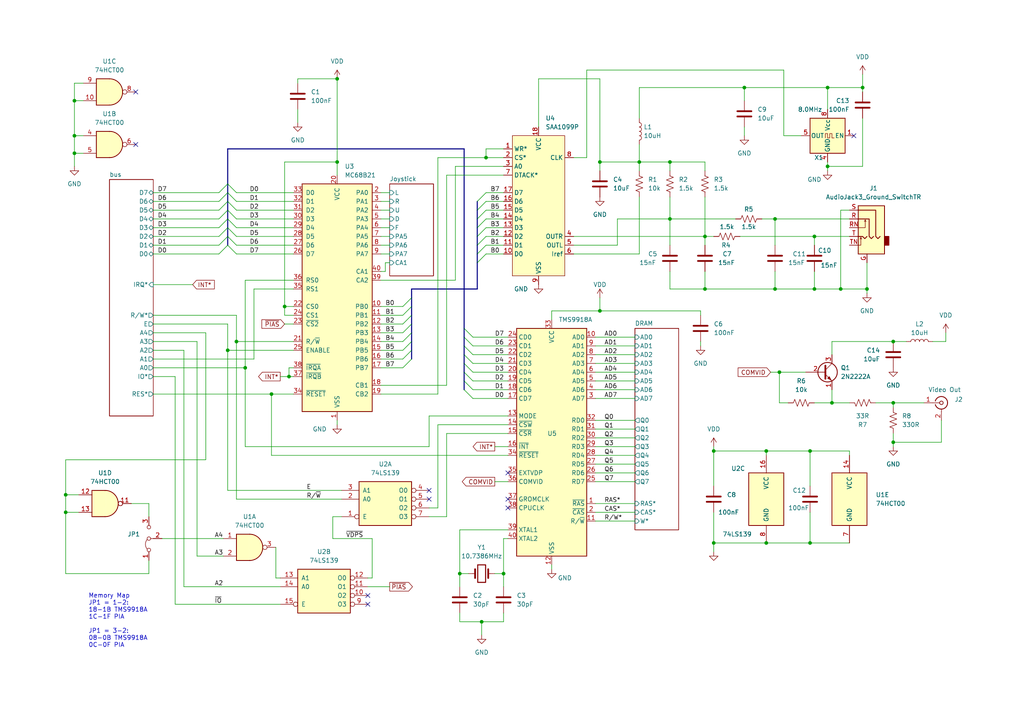
<source format=kicad_sch>
(kicad_sch (version 20231120) (generator "eeschema") (generator_version "8.0")
  (paper "A4")
  (title_block (title "M8 Game Board 2.1") (date "2024-11-21"))
  (lib_symbols
    (symbol "74xx:74HCT00" (pin_names (offset 1.016))
      (property "Reference" "U" (at 0 1.27 0))
      (property "Value" "74HCT00" (at 0 -1.27 0))
      (symbol "74HCT00_1_1"
        (pin input line (at -7.62 2.54 0) (length 3.81) (name "~") (number "1"))
        (pin input line (at -7.62 -2.54 0) (length 3.81) (name "~") (number "2"))
        (pin output inverted (at 7.62 0 180) (length 3.81) (name "~") (number "3"))
      )
      (symbol "74HCT00_1_2"
        (pin input inverted (at -7.62 2.54 0) (length 4.318) (name "~") (number "1"))
        (pin input inverted (at -7.62 -2.54 0) (length 4.318) (name "~") (number "2"))
        (pin output line (at 7.62 0 180) (length 3.81) (name "~") (number "3"))
      )
      (symbol "74HCT00_2_1"
        (pin input line (at -7.62 2.54 0) (length 3.81) (name "~") (number "4"))
        (pin input line (at -7.62 -2.54 0) (length 3.81) (name "~") (number "5"))
        (pin output inverted (at 7.62 0 180) (length 3.81) (name "~") (number "6"))
      )
      (symbol "74HCT00_2_2"
        (pin input inverted (at -7.62 2.54 0) (length 4.318) (name "~") (number "4"))
        (pin input inverted (at -7.62 -2.54 0) (length 4.318) (name "~") (number "5"))
        (pin output line (at 7.62 0 180) (length 3.81) (name "~") (number "6"))
      )
      (symbol "74HCT00_3_1"
        (pin input line (at -7.62 -2.54 0) (length 3.81) (name "~") (number "10"))
        (pin output inverted (at 7.62 0 180) (length 3.81) (name "~") (number "8"))
        (pin input line (at -7.62 2.54 0) (length 3.81) (name "~") (number "9"))
      )
      (symbol "74HCT00_3_2"
        (pin input inverted (at -7.62 -2.54 0) (length 4.318) (name "~") (number "10"))
        (pin output line (at 7.62 0 180) (length 3.81) (name "~") (number "8"))
        (pin input inverted (at -7.62 2.54 0) (length 4.318) (name "~") (number "9"))
      )
      (symbol "74HCT00_4_1"
        (pin output inverted (at 7.62 0 180) (length 3.81) (name "~") (number "11"))
        (pin input line (at -7.62 2.54 0) (length 3.81) (name "~") (number "12"))
        (pin input line (at -7.62 -2.54 0) (length 3.81) (name "~") (number "13"))
      )
      (symbol "74HCT00_4_2"
        (pin output line (at 7.62 0 180) (length 3.81) (name "~") (number "11"))
        (pin input inverted (at -7.62 2.54 0) (length 4.318) (name "~") (number "12"))
        (pin input inverted (at -7.62 -2.54 0) (length 4.318) (name "~") (number "13"))
      )
      (symbol "74HCT00_5_0"
        (pin power_in line (at 0 12.7 270) (length 5.08) (name "VCC") (number "14"))
        (pin power_in line (at 0 -12.7 90) (length 5.08) (name "GND") (number "7"))
      )
    )
    (symbol "74xx:74LS139" (pin_names (offset 1.016))
      (property "Reference" "U" (at -7.62 8.89 0))
      (property "Value" "74LS139" (at -7.62 -8.89 0))
      (symbol "74LS139_1_0"
        (pin input inverted (at -12.7 -5.08 0) (length 5.08) (name "E") (number "1"))
        (pin input line (at -12.7 0 0) (length 5.08) (name "A0") (number "2"))
        (pin input line (at -12.7 2.54 0) (length 5.08) (name "A1") (number "3"))
        (pin output inverted (at 12.7 2.54 180) (length 5.08) (name "O0") (number "4"))
        (pin output inverted (at 12.7 0 180) (length 5.08) (name "O1") (number "5"))
        (pin output inverted (at 12.7 -2.54 180) (length 5.08) (name "O2") (number "6"))
        (pin output inverted (at 12.7 -5.08 180) (length 5.08) (name "O3") (number "7"))
      )
      (symbol "74LS139_2_0"
        (pin output inverted (at 12.7 -2.54 180) (length 5.08) (name "O2") (number "10"))
        (pin output inverted (at 12.7 0 180) (length 5.08) (name "O1") (number "11"))
        (pin output inverted (at 12.7 2.54 180) (length 5.08) (name "O0") (number "12"))
        (pin input line (at -12.7 2.54 0) (length 5.08) (name "A1") (number "13"))
        (pin input line (at -12.7 0 0) (length 5.08) (name "A0") (number "14"))
        (pin input inverted (at -12.7 -5.08 0) (length 5.08) (name "E") (number "15"))
        (pin output inverted (at 12.7 -5.08 180) (length 5.08) (name "O3") (number "9"))
      )
      (symbol "74LS139_3_0"
        (pin power_in line (at 0 12.7 270) (length 5.08) (name "VCC") (number "16"))
        (pin power_in line (at 0 -12.7 90) (length 5.08) (name "GND") (number "8"))
      )
    )
    (symbol "Connector:Conn_Coaxial" (pin_names (offset 1.016) hide)
      (property "Reference" "J" (at 0.254 3.048 0))
      (property "Value" "Conn_Coaxial" (at 2.921 0 90))
      (symbol "Conn_Coaxial_1_1"
        (pin passive line (at -5.08 0 0) (length 2.54) (name "In") (number "1"))
        (pin passive line (at 0 -5.08 90) (length 2.54) (name "Ext") (number "2"))
      )
    )
    (symbol "Connector_Audio:AudioJack3_Ground_SwitchTR"
      (property "Reference" "J" (at 0 8.89 0))
      (property "Value" "AudioJack3_Ground_SwitchTR" (at 0 6.35 0))
      (symbol "AudioJack3_Ground_SwitchTR_1_1"
        (pin passive line (at 0 -12.7 90) (length 2.54) (name "~") (number "G"))
        (pin passive line (at 5.08 0 180) (length 2.54) (name "~") (number "R"))
        (pin passive line (at 5.08 -2.54 180) (length 2.54) (name "~") (number "RN"))
        (pin passive line (at 5.08 2.54 180) (length 2.54) (name "~") (number "S"))
        (pin passive line (at 5.08 -5.08 180) (length 2.54) (name "~") (number "T"))
        (pin passive line (at 5.08 -7.62 180) (length 2.54) (name "~") (number "TN"))
      )
    )
    (symbol "Device:C" (pin_numbers hide) (pin_names (offset 0.254))
      (property "Reference" "C" (at 0.635 2.54 0))
      (property "Value" "C" (at 0.635 -2.54 0))
      (symbol "C_1_1"
        (pin passive line (at 0 3.81 270) (length 2.794) (name "~") (number "1"))
        (pin passive line (at 0 -3.81 90) (length 2.794) (name "~") (number "2"))
      )
    )
    (symbol "Device:Crystal" (pin_numbers hide) (pin_names (offset 1.016) hide)
      (property "Reference" "Y" (at 0 3.81 0))
      (property "Value" "Crystal" (at 0 -3.81 0))
      (symbol "Crystal_1_1"
        (pin passive line (at -3.81 0 0) (length 1.27) (name "1") (number "1"))
        (pin passive line (at 3.81 0 180) (length 1.27) (name "2") (number "2"))
      )
    )
    (symbol "Device:L" (pin_numbers hide) (pin_names (offset 1.016) hide)
      (property "Reference" "L" (at -1.27 0 90))
      (property "Value" "L" (at 1.905 0 90))
      (symbol "L_1_1"
        (pin passive line (at 0 3.81 270) (length 1.27) (name "1") (number "1"))
        (pin passive line (at 0 -3.81 90) (length 1.27) (name "2") (number "2"))
      )
    )
    (symbol "Device:R_US" (pin_numbers hide) (pin_names (offset 0))
      (property "Reference" "R" (at 2.54 0 90))
      (property "Value" "R_US" (at -2.54 0 90))
      (symbol "R_US_1_1"
        (pin passive line (at 0 3.81 270) (length 1.27) (name "~") (number "1"))
        (pin passive line (at 0 -3.81 90) (length 1.27) (name "~") (number "2"))
      )
    )
    (symbol "Interface:MC68B21" (pin_names (offset 1.016))
      (property "Reference" "U" (at -7.62 34.29 0))
      (property "Value" "MC68B21" (at 10.16 34.29 0))
      (symbol "MC68B21_1_1"
        (pin power_in line (at 0 -35.56 90) (length 2.54) (name "VSS") (number "1"))
        (pin bidirectional line (at 12.7 -2.54 180) (length 2.54) (name "PB0") (number "10"))
        (pin bidirectional line (at 12.7 -5.08 180) (length 2.54) (name "PB1") (number "11"))
        (pin bidirectional line (at 12.7 -7.62 180) (length 2.54) (name "PB2") (number "12"))
        (pin bidirectional line (at 12.7 -10.16 180) (length 2.54) (name "PB3") (number "13"))
        (pin bidirectional line (at 12.7 -12.7 180) (length 2.54) (name "PB4") (number "14"))
        (pin bidirectional line (at 12.7 -15.24 180) (length 2.54) (name "PB5") (number "15"))
        (pin bidirectional line (at 12.7 -17.78 180) (length 2.54) (name "PB6") (number "16"))
        (pin bidirectional line (at 12.7 -20.32 180) (length 2.54) (name "PB7") (number "17"))
        (pin input line (at 12.7 -25.4 180) (length 2.54) (name "CB1") (number "18"))
        (pin bidirectional line (at 12.7 -27.94 180) (length 2.54) (name "CB2") (number "19"))
        (pin bidirectional line (at 12.7 30.48 180) (length 2.54) (name "PA0") (number "2"))
        (pin power_in line (at 0 35.56 270) (length 2.54) (name "VCC") (number "20"))
        (pin input line (at -12.7 -12.7 0) (length 2.54) (name "R/~{W}") (number "21"))
        (pin input line (at -12.7 -2.54 0) (length 2.54) (name "CS0") (number "22"))
        (pin input line (at -12.7 -7.62 0) (length 2.54) (name "~{CS2}") (number "23"))
        (pin input line (at -12.7 -5.08 0) (length 2.54) (name "CS1") (number "24"))
        (pin input line (at -12.7 -15.24 0) (length 2.54) (name "ENABLE") (number "25"))
        (pin bidirectional line (at -12.7 12.7 0) (length 2.54) (name "D7") (number "26"))
        (pin bidirectional line (at -12.7 15.24 0) (length 2.54) (name "D6") (number "27"))
        (pin bidirectional line (at -12.7 17.78 0) (length 2.54) (name "D5") (number "28"))
        (pin bidirectional line (at -12.7 20.32 0) (length 2.54) (name "D4") (number "29"))
        (pin bidirectional line (at 12.7 27.94 180) (length 2.54) (name "PA1") (number "3"))
        (pin bidirectional line (at -12.7 22.86 0) (length 2.54) (name "D3") (number "30"))
        (pin bidirectional line (at -12.7 25.4 0) (length 2.54) (name "D2") (number "31"))
        (pin bidirectional line (at -12.7 27.94 0) (length 2.54) (name "D1") (number "32"))
        (pin bidirectional line (at -12.7 30.48 0) (length 2.54) (name "D0") (number "33"))
        (pin input line (at -12.7 -27.94 0) (length 2.54) (name "~{RESET}") (number "34"))
        (pin input line (at -12.7 2.54 0) (length 2.54) (name "RS1") (number "35"))
        (pin input line (at -12.7 5.08 0) (length 2.54) (name "RS0") (number "36"))
        (pin open_collector line (at -12.7 -22.86 0) (length 2.54) (name "~{IRQB}") (number "37"))
        (pin open_collector line (at -12.7 -20.32 0) (length 2.54) (name "~{IRQA}") (number "38"))
        (pin bidirectional line (at 12.7 5.08 180) (length 2.54) (name "CA2") (number "39"))
        (pin bidirectional line (at 12.7 25.4 180) (length 2.54) (name "PA2") (number "4"))
        (pin input line (at 12.7 7.62 180) (length 2.54) (name "CA1") (number "40"))
        (pin bidirectional line (at 12.7 22.86 180) (length 2.54) (name "PA3") (number "5"))
        (pin bidirectional line (at 12.7 20.32 180) (length 2.54) (name "PA4") (number "6"))
        (pin bidirectional line (at 12.7 17.78 180) (length 2.54) (name "PA5") (number "7"))
        (pin bidirectional line (at 12.7 15.24 180) (length 2.54) (name "PA6") (number "8"))
        (pin bidirectional line (at 12.7 12.7 180) (length 2.54) (name "PA7") (number "9"))
      )
    )
    (symbol "Jumper:Jumper_3_Bridged12" (pin_names (offset 0) hide) (exclude_from_sim yes) (in_bom no)
      (property "Reference" "JP" (at -2.54 -2.54 0))
      (property "Value" "Jumper_3_Bridged12" (at 0 2.794 0))
      (symbol "Jumper_3_Bridged12_1_1"
        (pin passive line (at -6.35 0 0) (length 2.54) (name "A") (number "1"))
        (pin passive line (at 0 -3.81 90) (length 2.54) (name "C") (number "2"))
        (pin passive line (at 6.35 0 180) (length 2.54) (name "B") (number "3"))
      )
    )
    (symbol "New_Library:SAA1099P"
      (property "Reference" "U" (at 0 0 0))
      (property "Value" "SAA1099P" (at 1.27 -3.81 0))
      (symbol "SAA1099P_1_1"
        (pin input line (at -10.16 16.51 0) (length 2.54) (name "WR*") (number "1"))
        (pin input line (at -10.16 -13.97 0) (length 2.54) (name "D0") (number "10"))
        (pin input line (at -10.16 -11.43 0) (length 2.54) (name "D1") (number "11"))
        (pin input line (at -10.16 -8.89 0) (length 2.54) (name "D2") (number "12"))
        (pin input line (at -10.16 -6.35 0) (length 2.54) (name "D3") (number "13"))
        (pin input line (at -10.16 -3.81 0) (length 2.54) (name "D4") (number "14"))
        (pin input line (at -10.16 -1.27 0) (length 2.54) (name "D5") (number "15"))
        (pin input line (at -10.16 1.27 0) (length 2.54) (name "D6") (number "16"))
        (pin input line (at -10.16 3.81 0) (length 2.54) (name "D7") (number "17"))
        (pin power_in line (at 0 22.86 270) (length 2.54) (name "VCC") (number "18"))
        (pin input line (at -10.16 13.97 0) (length 2.54) (name "CS*") (number "2"))
        (pin input line (at -10.16 11.43 0) (length 2.54) (name "A0") (number "3"))
        (pin output line (at 10.16 -8.89 180) (length 2.54) (name "OUTR") (number "4"))
        (pin output line (at 10.16 -11.43 180) (length 2.54) (name "OUTL") (number "5"))
        (pin output line (at 10.16 -13.97 180) (length 2.54) (name "Iref") (number "6"))
        (pin open_collector line (at -10.16 8.89 0) (length 2.54) (name "DTACK*") (number "7"))
        (pin input line (at 10.16 13.97 180) (length 2.54) (name "CLK") (number "8"))
        (pin power_in line (at 0 -22.86 90) (length 2.54) (name "VSS") (number "9"))
      )
    )
    (symbol "New_Library:TMS9918A"
      (property "Reference" "U1" (at 2.0194 38.1 0))
      (property "Value" "TMS9918A" (at 2.0194 35.56 0))
      (symbol "TMS9918A_1_1"
        (pin output line (at 12.7 -17.78 180) (length 2.54) (name "~{RAS}") (number "1"))
        (pin output line (at 12.7 30.48 180) (length 2.54) (name "AD0") (number "10"))
        (pin output line (at 12.7 -22.86 180) (length 2.54) (name "R/~{W}") (number "11"))
        (pin power_in line (at 0 -35.56 90) (length 2.54) (name "VSS") (number "12"))
        (pin input line (at -12.7 7.62 0) (length 2.54) (name "MODE") (number "13"))
        (pin input line (at -12.7 5.08 0) (length 2.54) (name "~{CSW}") (number "14"))
        (pin input line (at -12.7 2.54 0) (length 2.54) (name "~{CSR}") (number "15"))
        (pin output line (at -12.7 -1.27 0) (length 2.54) (name "~{INT}") (number "16"))
        (pin bidirectional line (at -12.7 12.7 0) (length 2.54) (name "CD7") (number "17"))
        (pin bidirectional line (at -12.7 15.24 0) (length 2.54) (name "CD6") (number "18"))
        (pin bidirectional line (at -12.7 17.78 0) (length 2.54) (name "CD5") (number "19"))
        (pin output line (at 12.7 -20.32 180) (length 2.54) (name "~{CAS}") (number "2"))
        (pin bidirectional line (at -12.7 20.32 0) (length 2.54) (name "CD4") (number "20"))
        (pin bidirectional line (at -12.7 22.86 0) (length 2.54) (name "CD3") (number "21"))
        (pin bidirectional line (at -12.7 25.4 0) (length 2.54) (name "CD2") (number "22"))
        (pin bidirectional line (at -12.7 27.94 0) (length 2.54) (name "CD1") (number "23"))
        (pin bidirectional line (at -12.7 30.48 0) (length 2.54) (name "CD0") (number "24"))
        (pin input line (at 12.7 -11.43 180) (length 2.54) (name "RD7") (number "25"))
        (pin input line (at 12.7 -8.89 180) (length 2.54) (name "RD6") (number "26"))
        (pin input line (at 12.7 -6.35 180) (length 2.54) (name "RD5") (number "27"))
        (pin input line (at 12.7 -3.81 180) (length 2.54) (name "RD4") (number "28"))
        (pin input line (at 12.7 -1.27 180) (length 2.54) (name "RD3") (number "29"))
        (pin output line (at 12.7 12.7 180) (length 2.54) (name "AD7") (number "3"))
        (pin input line (at 12.7 1.27 180) (length 2.54) (name "RD2") (number "30"))
        (pin input line (at 12.7 3.81 180) (length 2.54) (name "RD1") (number "31"))
        (pin input line (at 12.7 6.35 180) (length 2.54) (name "RD0") (number "32"))
        (pin power_in line (at 0 35.56 270) (length 2.54) (name "VCC") (number "33"))
        (pin input line (at -12.7 -3.81 0) (length 2.54) (name "~{RESET}") (number "34"))
        (pin input line (at -12.7 -8.89 0) (length 2.54) (name "EXTVDP") (number "35"))
        (pin output line (at -12.7 -11.43 0) (length 2.54) (name "COMVID") (number "36"))
        (pin output line (at -12.7 -16.51 0) (length 2.54) (name "GROMCLK") (number "37"))
        (pin output line (at -12.7 -19.05 0) (length 2.54) (name "CPUCLK") (number "38"))
        (pin passive line (at -12.7 -25.4 0) (length 2.54) (name "XTAL1") (number "39"))
        (pin output line (at 12.7 15.24 180) (length 2.54) (name "AD6") (number "4"))
        (pin passive line (at -12.7 -27.94 0) (length 2.54) (name "XTAL2") (number "40"))
        (pin output line (at 12.7 17.78 180) (length 2.54) (name "AD5") (number "5"))
        (pin output line (at 12.7 20.32 180) (length 2.54) (name "AD4") (number "6"))
        (pin output line (at 12.7 22.86 180) (length 2.54) (name "AD3") (number "7"))
        (pin output line (at 12.7 25.4 180) (length 2.54) (name "AD2") (number "8"))
        (pin output line (at 12.7 27.94 180) (length 2.54) (name "AD1") (number "9"))
      )
    )
    (symbol "Oscillator:CXO_DIP8" (pin_names (offset 0.254))
      (property "Reference" "X" (at -5.08 6.35 0))
      (property "Value" "CXO_DIP8" (at 1.27 -6.35 0))
      (symbol "CXO_DIP8_1_1"
        (pin input line (at -7.62 0 0) (length 2.54) (name "EN") (number "1"))
        (pin power_in line (at 0 -7.62 90) (length 2.54) (name "GND") (number "4"))
        (pin output line (at 7.62 0 180) (length 2.54) (name "OUT") (number "5"))
        (pin power_in line (at 0 7.62 270) (length 2.54) (name "Vcc") (number "8"))
      )
    )
    (symbol "Transistor_BJT:2N3904" (pin_names (offset 0) hide)
      (property "Reference" "Q" (at 5.08 1.905 0))
      (property "Value" "2N3904" (at 5.08 0 0))
      (symbol "2N3904_1_1"
        (pin passive line (at 2.54 -5.08 90) (length 2.54) (name "E") (number "1"))
        (pin passive line (at -5.08 0 0) (length 5.715) (name "B") (number "2"))
        (pin passive line (at 2.54 5.08 270) (length 2.54) (name "C") (number "3"))
      )
    )
    (symbol "power:GND" (power) (pin_names (offset 0))
      (property "Value" "GND" (at 0 -3.81 0))
      (symbol "GND_1_1"
        (pin power_in line (at 0 0 270) (length 0) hide (name "GND") (number "1"))
      )
    )
    (symbol "power:VDD" (power) (pin_names (offset 0))
      (property "Value" "VDD" (at 0 3.81 0))
      (symbol "VDD_1_1"
        (pin power_in line (at 0 0 90) (length 0) hide (name "VDD") (number "1"))
      )
    )
  )
  (junction (at 133.35 166.37))
  (junction (at 140.97 45.72))
  (junction (at 19.05 143.51))
  (junction (at 204.47 83.82))
  (junction (at 21.59 29.21))
  (junction (at 21.59 39.37))
  (junction (at 66.04 101.6))
  (junction (at 97.79 22.86))
  (junction (at 185.42 46.99))
  (junction (at 21.59 44.45))
  (junction (at 224.79 83.82))
  (junction (at 194.31 63.5))
  (junction (at 71.12 106.68))
  (junction (at 97.79 46.99))
  (junction (at 139.7 180.34))
  (junction (at 241.3 116.84))
  (junction (at 259.08 116.84))
  (junction (at 251.46 83.82))
  (junction (at 68.58 99.06))
  (junction (at 83.82 109.22))
  (junction (at 204.47 68.58))
  (junction (at 234.95 157.48))
  (junction (at 78.74 114.3))
  (junction (at 236.22 83.82))
  (junction (at 222.25 130.81))
  (junction (at 240.03 25.4))
  (junction (at 226.06 107.95))
  (junction (at 194.31 46.99))
  (junction (at 173.99 46.99))
  (junction (at 243.84 83.82))
  (junction (at 207.01 157.48))
  (junction (at 240.03 48.26))
  (junction (at 146.05 166.37))
  (junction (at 250.19 25.4))
  (junction (at 173.99 90.17))
  (junction (at 19.05 148.59))
  (junction (at 215.9 25.4))
  (junction (at 207.01 130.81))
  (junction (at 82.55 88.9))
  (junction (at 222.25 157.48))
  (junction (at 236.22 68.58))
  (junction (at 259.08 99.06))
  (junction (at 234.95 130.81))
  (junction (at 259.08 128.27))
  (junction (at 224.79 63.5))
  (no_connect (at 106.68 175.26))
  (no_connect (at 147.32 137.16))
  (no_connect (at 247.65 39.37))
  (no_connect (at 147.32 144.78))
  (no_connect (at 147.32 147.32))
  (no_connect (at 106.68 172.72))
  (no_connect (at 39.37 41.91))
  (no_connect (at 39.37 26.67))
  (no_connect (at 124.46 142.24))
  (no_connect (at 124.46 144.78))
  (bus_entry (at 66.04 58.42) (size 2.54 2.54))
  (bus_entry (at 119.38 104.14) (size -2.54 2.54))
  (bus_entry (at 138.43 73.66) (size 2.54 -2.54))
  (bus_entry (at 66.04 71.12) (size 2.54 2.54))
  (bus_entry (at 119.38 99.06) (size -2.54 2.54))
  (bus_entry (at 138.43 76.2) (size 2.54 -2.54))
  (bus_entry (at 66.04 55.88) (size 2.54 2.54))
  (bus_entry (at 138.43 68.58) (size 2.54 -2.54))
  (bus_entry (at 138.43 66.04) (size 2.54 -2.54))
  (bus_entry (at 66.04 53.34) (size 2.54 2.54))
  (bus_entry (at 138.43 71.12) (size 2.54 -2.54))
  (bus_entry (at 119.38 91.44) (size -2.54 2.54))
  (bus_entry (at 138.43 63.5) (size 2.54 -2.54))
  (bus_entry (at 119.38 96.52) (size -2.54 2.54))
  (bus_entry (at 66.04 60.96) (size 2.54 2.54))
  (bus_entry (at 119.38 88.9) (size -2.54 2.54))
  (bus_entry (at 119.38 93.98) (size -2.54 2.54))
  (bus_entry (at 66.04 71.12) (size -2.54 2.54))
  (bus_entry (at 119.38 86.36) (size -2.54 2.54))
  (bus_entry (at 138.43 60.96) (size 2.54 -2.54))
  (bus_entry (at 66.04 66.04) (size 2.54 2.54))
  (bus_entry (at 66.04 63.5) (size 2.54 2.54))
  (bus_entry (at 66.04 68.58) (size 2.54 2.54))
  (bus_entry (at 119.38 101.6) (size -2.54 2.54))
  (bus_entry (at 134.62 95.25) (size 2.54 2.54))
  (bus_entry (at 134.62 97.79) (size 2.54 2.54))
  (bus_entry (at 134.62 113.03) (size 2.54 2.54))
  (bus_entry (at 134.62 107.95) (size 2.54 2.54))
  (bus_entry (at 134.62 110.49) (size 2.54 2.54))
  (bus_entry (at 66.04 53.34) (size -2.54 2.54))
  (bus_entry (at 66.04 55.88) (size -2.54 2.54))
  (bus_entry (at 66.04 58.42) (size -2.54 2.54))
  (bus_entry (at 66.04 60.96) (size -2.54 2.54))
  (bus_entry (at 66.04 63.5) (size -2.54 2.54))
  (bus_entry (at 66.04 68.58) (size -2.54 2.54))
  (bus_entry (at 66.04 66.04) (size -2.54 2.54))
  (bus_entry (at 134.62 102.87) (size 2.54 2.54))
  (bus_entry (at 134.62 105.41) (size 2.54 2.54))
  (bus_entry (at 134.62 100.33) (size 2.54 2.54))
  (bus_entry (at 138.43 58.42) (size 2.54 -2.54))
  (wire (pts (xy 215.9 25.4) (xy 215.9 29.21)))
  (wire (pts (xy 204.47 83.82) (xy 224.79 83.82)))
  (wire (pts (xy 215.9 36.83) (xy 215.9 39.37)))
  (wire (pts (xy 232.41 39.37) (xy 227.33 39.37)))
  (wire (pts (xy 147.32 153.67) (xy 133.35 153.67)))
  (wire (pts (xy 204.47 83.82) (xy 204.47 78.74)))
  (wire (pts (xy 83.82 109.22) (xy 85.09 109.22)))
  (wire (pts (xy 21.59 39.37) (xy 21.59 44.45)))
  (wire (pts (xy 185.42 46.99) (xy 194.31 46.99)))
  (wire (pts (xy 124.46 120.65) (xy 147.32 120.65)))
  (wire (pts (xy 137.16 113.03) (xy 147.32 113.03)))
  (wire (pts (xy 110.49 66.04) (xy 113.03 66.04)))
  (wire (pts (xy 204.47 68.58) (xy 207.01 68.58)))
  (wire (pts (xy 204.47 68.58) (xy 204.47 71.12)))
  (wire (pts (xy 173.99 46.99) (xy 185.42 46.99)))
  (wire (pts (xy 82.55 46.99) (xy 97.79 46.99)))
  (wire (pts (xy 137.16 102.87) (xy 147.32 102.87)))
  (wire (pts (xy 250.19 48.26) (xy 240.03 48.26)))
  (wire (pts (xy 172.72 97.79) (xy 184.15 97.79)))
  (wire (pts (xy 233.68 107.95) (xy 226.06 107.95)))
  (wire (pts (xy 140.97 55.88) (xy 146.05 55.88)))
  (bus (pts (xy 138.43 76.2) (xy 138.43 83.82)))
  (wire (pts (xy 44.45 73.66) (xy 63.5 73.66)))
  (wire (pts (xy 24.13 24.13) (xy 21.59 24.13)))
  (wire (pts (xy 194.31 63.5) (xy 213.36 63.5)))
  (wire (pts (xy 236.22 83.82) (xy 243.84 83.82)))
  (wire (pts (xy 227.33 39.37) (xy 227.33 20.32)))
  (wire (pts (xy 44.45 68.58) (xy 63.5 68.58)))
  (wire (pts (xy 140.97 71.12) (xy 146.05 71.12)))
  (wire (pts (xy 110.49 104.14) (xy 116.84 104.14)))
  (wire (pts (xy 137.16 97.79) (xy 147.32 97.79)))
  (wire (pts (xy 172.72 113.03) (xy 184.15 113.03)))
  (wire (pts (xy 172.72 100.33) (xy 184.15 100.33)))
  (wire (pts (xy 71.12 129.54) (xy 124.46 129.54)))
  (wire (pts (xy 250.19 34.29) (xy 250.19 48.26)))
  (wire (pts (xy 241.3 116.84) (xy 241.3 113.03)))
  (bus (pts (xy 119.38 93.98) (xy 119.38 91.44)))
  (wire (pts (xy 146.05 156.21) (xy 146.05 166.37)))
  (wire (pts (xy 140.97 45.72) (xy 146.05 45.72)))
  (wire (pts (xy 259.08 99.06) (xy 241.3 99.06)))
  (wire (pts (xy 96.52 149.86) (xy 99.06 149.86)))
  (wire (pts (xy 106.68 167.64) (xy 107.95 167.64)))
  (wire (pts (xy 185.42 34.29) (xy 185.42 25.4)))
  (wire (pts (xy 71.12 106.68) (xy 71.12 81.28)))
  (wire (pts (xy 129.54 125.73) (xy 147.32 125.73)))
  (wire (pts (xy 68.58 144.78) (xy 99.06 144.78)))
  (wire (pts (xy 129.54 50.8) (xy 129.54 111.76)))
  (wire (pts (xy 110.49 78.74) (xy 111.76 78.74)))
  (wire (pts (xy 240.03 49.53) (xy 240.03 48.26)))
  (wire (pts (xy 137.16 110.49) (xy 147.32 110.49)))
  (wire (pts (xy 44.45 58.42) (xy 63.5 58.42)))
  (wire (pts (xy 71.12 106.68) (xy 71.12 129.54)))
  (wire (pts (xy 224.79 63.5) (xy 246.38 63.5)))
  (wire (pts (xy 207.01 157.48) (xy 222.25 157.48)))
  (wire (pts (xy 71.12 81.28) (xy 85.09 81.28)))
  (wire (pts (xy 250.19 21.59) (xy 250.19 25.4)))
  (wire (pts (xy 172.72 139.7) (xy 184.15 139.7)))
  (wire (pts (xy 172.72 102.87) (xy 184.15 102.87)))
  (wire (pts (xy 66.04 101.6) (xy 85.09 101.6)))
  (wire (pts (xy 21.59 24.13) (xy 21.59 29.21)))
  (wire (pts (xy 110.49 60.96) (xy 113.03 60.96)))
  (wire (pts (xy 207.01 148.59) (xy 207.01 157.48)))
  (bus (pts (xy 66.04 58.42) (xy 66.04 55.88)))
  (wire (pts (xy 172.72 129.54) (xy 184.15 129.54)))
  (wire (pts (xy 68.58 71.12) (xy 85.09 71.12)))
  (wire (pts (xy 194.31 57.15) (xy 194.31 63.5)))
  (wire (pts (xy 214.63 68.58) (xy 236.22 68.58)))
  (wire (pts (xy 166.37 68.58) (xy 204.47 68.58)))
  (wire (pts (xy 68.58 60.96) (xy 85.09 60.96)))
  (wire (pts (xy 68.58 99.06) (xy 85.09 99.06)))
  (wire (pts (xy 50.8 175.26) (xy 81.28 175.26)))
  (wire (pts (xy 57.15 161.29) (xy 64.77 161.29)))
  (wire (pts (xy 110.49 55.88) (xy 113.03 55.88)))
  (wire (pts (xy 19.05 143.51) (xy 19.05 148.59)))
  (wire (pts (xy 132.08 81.28) (xy 110.49 81.28)))
  (wire (pts (xy 68.58 99.06) (xy 68.58 144.78)))
  (bus (pts (xy 66.04 66.04) (xy 66.04 63.5)))
  (wire (pts (xy 222.25 132.08) (xy 222.25 130.81)))
  (wire (pts (xy 66.04 93.98) (xy 66.04 101.6)))
  (wire (pts (xy 143.51 129.54) (xy 147.32 129.54)))
  (wire (pts (xy 203.2 91.44) (xy 203.2 90.17)))
  (wire (pts (xy 160.02 92.71) (xy 160.02 90.17)))
  (wire (pts (xy 236.22 68.58) (xy 246.38 68.58)))
  (wire (pts (xy 140.97 58.42) (xy 146.05 58.42)))
  (wire (pts (xy 179.07 63.5) (xy 194.31 63.5)))
  (wire (pts (xy 224.79 63.5) (xy 224.79 71.12)))
  (wire (pts (xy 139.7 184.15) (xy 139.7 180.34)))
  (bus (pts (xy 138.43 58.42) (xy 138.43 60.96)))
  (wire (pts (xy 172.72 134.62) (xy 184.15 134.62)))
  (wire (pts (xy 97.79 46.99) (xy 97.79 50.8)))
  (wire (pts (xy 146.05 156.21) (xy 147.32 156.21)))
  (bus (pts (xy 134.62 102.87) (xy 134.62 105.41)))
  (wire (pts (xy 50.8 109.22) (xy 44.45 109.22)))
  (bus (pts (xy 119.38 83.82) (xy 119.38 86.36)))
  (wire (pts (xy 172.72 137.16) (xy 184.15 137.16)))
  (wire (pts (xy 81.28 170.18) (xy 53.34 170.18)))
  (bus (pts (xy 134.62 107.95) (xy 134.62 110.49)))
  (wire (pts (xy 110.49 101.6) (xy 116.84 101.6)))
  (bus (pts (xy 134.62 105.41) (xy 134.62 107.95)))
  (wire (pts (xy 73.66 83.82) (xy 85.09 83.82)))
  (wire (pts (xy 59.69 133.35) (xy 19.05 133.35)))
  (wire (pts (xy 73.66 104.14) (xy 73.66 83.82)))
  (wire (pts (xy 24.13 44.45) (xy 21.59 44.45)))
  (wire (pts (xy 172.72 146.05) (xy 184.15 146.05)))
  (wire (pts (xy 259.08 128.27) (xy 259.08 129.54)))
  (bus (pts (xy 66.04 55.88) (xy 66.04 53.34)))
  (wire (pts (xy 156.21 22.86) (xy 156.21 36.83)))
  (wire (pts (xy 127 123.19) (xy 147.32 123.19)))
  (wire (pts (xy 173.99 49.53) (xy 173.99 46.99)))
  (wire (pts (xy 137.16 100.33) (xy 147.32 100.33)))
  (wire (pts (xy 24.13 39.37) (xy 21.59 39.37)))
  (wire (pts (xy 107.95 156.21) (xy 96.52 156.21)))
  (wire (pts (xy 44.45 104.14) (xy 73.66 104.14)))
  (bus (pts (xy 119.38 96.52) (xy 119.38 93.98)))
  (wire (pts (xy 194.31 46.99) (xy 204.47 46.99)))
  (wire (pts (xy 82.55 88.9) (xy 85.09 88.9)))
  (wire (pts (xy 57.15 99.06) (xy 44.45 99.06)))
  (wire (pts (xy 110.49 96.52) (xy 116.84 96.52)))
  (wire (pts (xy 78.74 114.3) (xy 85.09 114.3)))
  (wire (pts (xy 83.82 106.68) (xy 83.82 109.22)))
  (wire (pts (xy 234.95 130.81) (xy 234.95 140.97)))
  (wire (pts (xy 179.07 71.12) (xy 179.07 63.5)))
  (wire (pts (xy 46.99 156.21) (xy 64.77 156.21)))
  (wire (pts (xy 222.25 130.81) (xy 234.95 130.81)))
  (wire (pts (xy 44.45 96.52) (xy 59.69 96.52)))
  (wire (pts (xy 132.08 48.26) (xy 146.05 48.26)))
  (wire (pts (xy 156.21 22.86) (xy 173.99 22.86)))
  (bus (pts (xy 66.04 60.96) (xy 66.04 58.42)))
  (wire (pts (xy 222.25 157.48) (xy 234.95 157.48)))
  (wire (pts (xy 274.32 99.06) (xy 274.32 96.52)))
  (wire (pts (xy 215.9 25.4) (xy 240.03 25.4)))
  (wire (pts (xy 194.31 46.99) (xy 194.31 49.53)))
  (wire (pts (xy 133.35 166.37) (xy 135.89 166.37)))
  (wire (pts (xy 250.19 25.4) (xy 250.19 26.67)))
  (wire (pts (xy 236.22 68.58) (xy 236.22 71.12)))
  (wire (pts (xy 97.79 123.19) (xy 97.79 121.92)))
  (wire (pts (xy 96.52 156.21) (xy 96.52 149.86)))
  (bus (pts (xy 138.43 83.82) (xy 119.38 83.82)))
  (wire (pts (xy 259.08 125.73) (xy 259.08 128.27)))
  (wire (pts (xy 137.16 107.95) (xy 147.32 107.95)))
  (wire (pts (xy 251.46 83.82) (xy 251.46 85.09)))
  (wire (pts (xy 127 114.3) (xy 110.49 114.3)))
  (wire (pts (xy 173.99 90.17) (xy 203.2 90.17)))
  (wire (pts (xy 194.31 83.82) (xy 194.31 78.74)))
  (wire (pts (xy 246.38 116.84) (xy 241.3 116.84)))
  (wire (pts (xy 124.46 129.54) (xy 124.46 120.65)))
  (bus (pts (xy 134.62 97.79) (xy 134.62 100.33)))
  (wire (pts (xy 68.58 91.44) (xy 68.58 99.06)))
  (wire (pts (xy 19.05 148.59) (xy 19.05 166.37)))
  (wire (pts (xy 110.49 58.42) (xy 113.03 58.42)))
  (wire (pts (xy 110.49 88.9) (xy 116.84 88.9)))
  (wire (pts (xy 185.42 41.91) (xy 185.42 46.99)))
  (bus (pts (xy 138.43 66.04) (xy 138.43 68.58)))
  (wire (pts (xy 173.99 90.17) (xy 160.02 90.17)))
  (wire (pts (xy 226.06 116.84) (xy 226.06 107.95)))
  (wire (pts (xy 80.01 158.75) (xy 80.01 167.64)))
  (wire (pts (xy 110.49 93.98) (xy 116.84 93.98)))
  (wire (pts (xy 185.42 46.99) (xy 185.42 49.53)))
  (wire (pts (xy 107.95 167.64) (xy 107.95 156.21)))
  (wire (pts (xy 133.35 153.67) (xy 133.35 166.37)))
  (wire (pts (xy 234.95 157.48) (xy 246.38 157.48)))
  (wire (pts (xy 173.99 22.86) (xy 173.99 46.99)))
  (wire (pts (xy 66.04 142.24) (xy 99.06 142.24)))
  (wire (pts (xy 53.34 170.18) (xy 53.34 101.6)))
  (wire (pts (xy 220.98 63.5) (xy 224.79 63.5)))
  (wire (pts (xy 140.97 43.18) (xy 140.97 45.72)))
  (wire (pts (xy 132.08 48.26) (xy 132.08 81.28)))
  (wire (pts (xy 140.97 60.96) (xy 146.05 60.96)))
  (wire (pts (xy 207.01 157.48) (xy 207.01 160.02)))
  (bus (pts (xy 119.38 104.14) (xy 119.38 101.6)))
  (wire (pts (xy 44.45 101.6) (xy 53.34 101.6)))
  (wire (pts (xy 110.49 91.44) (xy 116.84 91.44)))
  (wire (pts (xy 21.59 29.21) (xy 21.59 39.37)))
  (wire (pts (xy 68.58 58.42) (xy 85.09 58.42)))
  (wire (pts (xy 240.03 48.26) (xy 240.03 46.99)))
  (wire (pts (xy 19.05 133.35) (xy 19.05 143.51)))
  (wire (pts (xy 44.45 114.3) (xy 78.74 114.3)))
  (wire (pts (xy 137.16 115.57) (xy 147.32 115.57)))
  (wire (pts (xy 127 123.19) (xy 127 147.32)))
  (wire (pts (xy 44.45 93.98) (xy 66.04 93.98)))
  (wire (pts (xy 203.2 99.06) (xy 203.2 100.33)))
  (wire (pts (xy 241.3 116.84) (xy 236.22 116.84)))
  (wire (pts (xy 133.35 166.37) (xy 133.35 170.18)))
  (wire (pts (xy 38.1 146.05) (xy 43.18 146.05)))
  (bus (pts (xy 119.38 99.06) (xy 119.38 96.52)))
  (wire (pts (xy 146.05 180.34) (xy 139.7 180.34)))
  (wire (pts (xy 226.06 107.95) (xy 223.52 107.95)))
  (wire (pts (xy 207.01 130.81) (xy 207.01 140.97)))
  (wire (pts (xy 68.58 63.5) (xy 85.09 63.5)))
  (wire (pts (xy 44.45 91.44) (xy 68.58 91.44)))
  (wire (pts (xy 133.35 177.8) (xy 133.35 180.34)))
  (wire (pts (xy 137.16 105.41) (xy 147.32 105.41)))
  (wire (pts (xy 129.54 149.86) (xy 124.46 149.86)))
  (wire (pts (xy 110.49 99.06) (xy 116.84 99.06)))
  (wire (pts (xy 68.58 55.88) (xy 85.09 55.88)))
  (wire (pts (xy 166.37 73.66) (xy 185.42 73.66)))
  (wire (pts (xy 19.05 166.37) (xy 43.18 166.37)))
  (wire (pts (xy 166.37 45.72) (xy 170.18 45.72)))
  (wire (pts (xy 44.45 60.96) (xy 63.5 60.96)))
  (wire (pts (xy 82.55 91.44) (xy 82.55 88.9)))
  (wire (pts (xy 111.76 76.2) (xy 113.03 76.2)))
  (wire (pts (xy 172.72 110.49) (xy 184.15 110.49)))
  (wire (pts (xy 44.45 55.88) (xy 63.5 55.88)))
  (wire (pts (xy 127 45.72) (xy 127 114.3)))
  (wire (pts (xy 172.72 148.59) (xy 184.15 148.59)))
  (wire (pts (xy 251.46 76.2) (xy 251.46 83.82)))
  (wire (pts (xy 170.18 20.32) (xy 227.33 20.32)))
  (bus (pts (xy 138.43 60.96) (xy 138.43 63.5)))
  (wire (pts (xy 110.49 106.68) (xy 116.84 106.68)))
  (wire (pts (xy 172.72 115.57) (xy 184.15 115.57)))
  (wire (pts (xy 207.01 129.54) (xy 207.01 130.81)))
  (wire (pts (xy 172.72 105.41) (xy 184.15 105.41)))
  (wire (pts (xy 80.01 167.64) (xy 81.28 167.64)))
  (wire (pts (xy 146.05 166.37) (xy 146.05 170.18)))
  (wire (pts (xy 259.08 116.84) (xy 259.08 118.11)))
  (wire (pts (xy 140.97 68.58) (xy 146.05 68.58)))
  (wire (pts (xy 274.32 99.06) (xy 270.51 99.06)))
  (wire (pts (xy 129.54 111.76) (xy 110.49 111.76)))
  (wire (pts (xy 236.22 78.74) (xy 236.22 83.82)))
  (wire (pts (xy 172.72 151.13) (xy 184.15 151.13)))
  (wire (pts (xy 86.36 31.75) (xy 86.36 35.56)))
  (wire (pts (xy 204.47 57.15) (xy 204.47 68.58)))
  (wire (pts (xy 19.05 148.59) (xy 22.86 148.59)))
  (wire (pts (xy 19.05 143.51) (xy 22.86 143.51)))
  (wire (pts (xy 86.36 24.13) (xy 86.36 22.86)))
  (wire (pts (xy 82.55 93.98) (xy 85.09 93.98)))
  (wire (pts (xy 172.72 107.95) (xy 184.15 107.95)))
  (wire (pts (xy 66.04 101.6) (xy 66.04 142.24)))
  (wire (pts (xy 127 45.72) (xy 140.97 45.72)))
  (bus (pts (xy 66.04 53.34) (xy 66.04 43.18)))
  (wire (pts (xy 194.31 63.5) (xy 194.31 71.12)))
  (bus (pts (xy 66.04 63.5) (xy 66.04 60.96)))
  (wire (pts (xy 110.49 71.12) (xy 113.03 71.12)))
  (wire (pts (xy 250.19 25.4) (xy 240.03 25.4)))
  (wire (pts (xy 44.45 82.55) (xy 55.88 82.55)))
  (wire (pts (xy 43.18 166.37) (xy 43.18 162.56)))
  (wire (pts (xy 224.79 78.74) (xy 224.79 83.82)))
  (wire (pts (xy 143.51 139.7) (xy 147.32 139.7)))
  (wire (pts (xy 24.13 29.21) (xy 21.59 29.21)))
  (wire (pts (xy 185.42 73.66) (xy 185.42 57.15)))
  (wire (pts (xy 228.6 116.84) (xy 226.06 116.84)))
  (bus (pts (xy 119.38 101.6) (xy 119.38 99.06)))
  (wire (pts (xy 259.08 116.84) (xy 267.97 116.84)))
  (wire (pts (xy 50.8 109.22) (xy 50.8 175.26)))
  (wire (pts (xy 246.38 130.81) (xy 246.38 132.08)))
  (wire (pts (xy 241.3 99.06) (xy 241.3 102.87)))
  (wire (pts (xy 129.54 125.73) (xy 129.54 149.86)))
  (bus (pts (xy 66.04 71.12) (xy 66.04 68.58)))
  (wire (pts (xy 172.72 124.46) (xy 184.15 124.46)))
  (bus (pts (xy 138.43 73.66) (xy 138.43 76.2)))
  (bus (pts (xy 134.62 100.33) (xy 134.62 102.87)))
  (wire (pts (xy 243.84 83.82) (xy 251.46 83.82)))
  (wire (pts (xy 207.01 130.81) (xy 222.25 130.81)))
  (wire (pts (xy 140.97 66.04) (xy 146.05 66.04)))
  (wire (pts (xy 194.31 83.82) (xy 204.47 83.82)))
  (wire (pts (xy 140.97 73.66) (xy 146.05 73.66)))
  (bus (pts (xy 138.43 63.5) (xy 138.43 66.04)))
  (wire (pts (xy 185.42 25.4) (xy 215.9 25.4)))
  (wire (pts (xy 234.95 148.59) (xy 234.95 157.48)))
  (wire (pts (xy 262.89 99.06) (xy 259.08 99.06)))
  (wire (pts (xy 146.05 43.18) (xy 140.97 43.18)))
  (wire (pts (xy 44.45 71.12) (xy 63.5 71.12)))
  (wire (pts (xy 146.05 177.8) (xy 146.05 180.34)))
  (wire (pts (xy 133.35 180.34) (xy 139.7 180.34)))
  (wire (pts (xy 43.18 146.05) (xy 43.18 149.86)))
  (wire (pts (xy 44.45 63.5) (xy 63.5 63.5)))
  (bus (pts (xy 134.62 110.49) (xy 134.62 113.03)))
  (wire (pts (xy 129.54 50.8) (xy 146.05 50.8)))
  (bus (pts (xy 119.38 88.9) (xy 119.38 86.36)))
  (wire (pts (xy 166.37 71.12) (xy 179.07 71.12)))
  (wire (pts (xy 273.05 121.92) (xy 273.05 128.27)))
  (wire (pts (xy 143.51 166.37) (xy 146.05 166.37)))
  (wire (pts (xy 246.38 60.96) (xy 243.84 60.96)))
  (wire (pts (xy 21.59 48.26) (xy 21.59 44.45)))
  (wire (pts (xy 81.28 109.22) (xy 83.82 109.22)))
  (bus (pts (xy 134.62 43.18) (xy 134.62 95.25)))
  (wire (pts (xy 259.08 116.84) (xy 254 116.84)))
  (wire (pts (xy 173.99 86.36) (xy 173.99 90.17)))
  (wire (pts (xy 240.03 25.4) (xy 240.03 31.75)))
  (wire (pts (xy 204.47 46.99) (xy 204.47 49.53)))
  (wire (pts (xy 172.72 127) (xy 184.15 127)))
  (wire (pts (xy 110.49 68.58) (xy 113.03 68.58)))
  (wire (pts (xy 140.97 63.5) (xy 146.05 63.5)))
  (wire (pts (xy 160.02 163.83) (xy 160.02 165.1)))
  (bus (pts (xy 138.43 71.12) (xy 138.43 73.66)))
  (bus (pts (xy 66.04 68.58) (xy 66.04 66.04)))
  (wire (pts (xy 273.05 128.27) (xy 259.08 128.27)))
  (wire (pts (xy 124.46 147.32) (xy 127 147.32)))
  (wire (pts (xy 224.79 83.82) (xy 236.22 83.82)))
  (wire (pts (xy 86.36 22.86) (xy 97.79 22.86)))
  (wire (pts (xy 78.74 132.08) (xy 78.74 114.3)))
  (wire (pts (xy 170.18 45.72) (xy 170.18 20.32)))
  (wire (pts (xy 234.95 130.81) (xy 246.38 130.81)))
  (wire (pts (xy 85.09 106.68) (xy 83.82 106.68)))
  (wire (pts (xy 59.69 96.52) (xy 59.69 133.35)))
  (wire (pts (xy 57.15 99.06) (xy 57.15 161.29)))
  (bus (pts (xy 138.43 68.58) (xy 138.43 71.12)))
  (bus (pts (xy 66.04 43.18) (xy 134.62 43.18)))
  (wire (pts (xy 172.72 121.92) (xy 184.15 121.92)))
  (bus (pts (xy 134.62 95.25) (xy 134.62 97.79)))
  (wire (pts (xy 68.58 68.58) (xy 85.09 68.58)))
  (wire (pts (xy 172.72 132.08) (xy 184.15 132.08)))
  (wire (pts (xy 68.58 73.66) (xy 85.09 73.66)))
  (wire (pts (xy 44.45 106.68) (xy 71.12 106.68)))
  (wire (pts (xy 68.58 66.04) (xy 85.09 66.04)))
  (wire (pts (xy 44.45 66.04) (xy 63.5 66.04)))
  (bus (pts (xy 119.38 91.44) (xy 119.38 88.9)))
  (wire (pts (xy 97.79 22.86) (xy 97.79 46.99)))
  (wire (pts (xy 243.84 60.96) (xy 243.84 83.82)))
  (wire (pts (xy 82.55 88.9) (xy 82.55 46.99)))
  (wire (pts (xy 78.74 132.08) (xy 147.32 132.08)))
  (wire (pts (xy 85.09 91.44) (xy 82.55 91.44)))
  (wire (pts (xy 110.49 63.5) (xy 113.03 63.5)))
  (wire (pts (xy 111.76 78.74) (xy 111.76 76.2)))
  (wire (pts (xy 110.49 73.66) (xy 113.03 73.66)))
  (wire (pts (xy 113.03 170.18) (xy 106.68 170.18)))
  (text "Memory Map\nJP1 = 1-2:\n18-1B TMS9918A\n1C-1F PIA\n\nJP1 = 3-2:\n08-0B TMS9918A\n0C-0F PIA" (at 25.654 187.96 0) (effects (font (size 1.27 1.27)) (justify left bottom)))
  (label "D7" (at 143.51 97.79 0))
  (label "AD1" (at 175.26 100.33 0))
  (label "E" (at 88.9 142.24 0))
  (label "Q4" (at 175.26 132.08 0))
  (label "D1" (at 45.72 71.12 0))
  (label "Q2" (at 175.26 127 0))
  (label "B5" (at 142.24 60.96 0))
  (label "B4" (at 142.24 63.5 0))
  (label "R{slash}~{W}" (at 88.9 144.78 0))
  (label "D3" (at 72.39 63.5 0))
  (label "D2" (at 72.39 60.96 0))
  (label "D0" (at 45.72 73.66 0))
  (label "RAS*" (at 175.26 146.05 0))
  (label "B2" (at 111.76 93.98 0))
  (label "D5" (at 45.72 60.96 0))
  (label "D5" (at 72.39 68.58 0))
  (label "D1" (at 72.39 58.42 0))
  (label "D5" (at 143.51 102.87 0))
  (label "B4" (at 111.76 99.06 0))
  (label "Q3" (at 175.26 129.54 0))
  (label "D1" (at 143.51 113.03 0))
  (label "D6" (at 45.72 58.42 0))
  (label "A4" (at 62.23 156.21 0))
  (label "AD3" (at 175.26 105.41 0))
  (label "B1" (at 142.24 71.12 0))
  (label "Q5" (at 175.26 134.62 0))
  (label "A3" (at 62.23 161.29 0))
  (label "D0" (at 143.51 115.57 0))
  (label "B5" (at 111.76 101.6 0))
  (label "B0" (at 142.24 73.66 0))
  (label "B3" (at 142.24 66.04 0))
  (label "B3" (at 111.76 96.52 0))
  (label "~{VDPS}" (at 100.33 156.21 0))
  (label "R{slash}W*" (at 175.26 151.13 0))
  (label "B6" (at 142.24 58.42 0))
  (label "AD5" (at 175.26 110.49 0))
  (label "CAS*" (at 175.26 148.59 0))
  (label "D3" (at 45.72 66.04 0))
  (label "AD2" (at 175.26 102.87 0))
  (label "Q0" (at 175.26 121.92 0))
  (label "D2" (at 45.72 68.58 0))
  (label "AD0" (at 175.26 97.79 0))
  (label "D0" (at 72.39 55.88 0))
  (label "D2" (at 143.51 110.49 0))
  (label "D4" (at 45.72 63.5 0))
  (label "Q1" (at 175.26 124.46 0))
  (label "Q7" (at 175.26 139.7 0))
  (label "D7" (at 45.72 55.88 0))
  (label "AD4" (at 175.26 107.95 0))
  (label "D4" (at 143.51 105.41 0))
  (label "D3" (at 143.51 107.95 0))
  (label "~{IO}" (at 62.23 175.26 0))
  (label "D6" (at 143.51 100.33 0))
  (label "B7" (at 111.76 106.68 0))
  (label "B1" (at 111.76 91.44 0))
  (label "B7" (at 142.24 55.88 0))
  (label "AD6" (at 175.26 113.03 0))
  (label "B6" (at 111.76 104.14 0))
  (label "A2" (at 62.23 170.18 0))
  (label "D4" (at 72.39 66.04 0))
  (label "D6" (at 72.39 71.12 0))
  (label "Q6" (at 175.26 137.16 0))
  (label "B2" (at 142.24 68.58 0))
  (label "D7" (at 72.39 73.66 0))
  (label "B0" (at 111.76 88.9 0))
  (label "AD7" (at 175.26 115.57 0))
  (global_label "COMVID" (shape input) (at 223.52 107.95 180) (property "Intersheetrefs" "${INTERSHEET_REFS}" (effects (hide yes))))
  (global_label "~{PIAS}" (shape input) (at 82.55 93.98 180) (property "Intersheetrefs" "${INTERSHEET_REFS}" (effects (hide yes))))
  (global_label "~{PIAS}" (shape output) (at 113.03 170.18 0) (property "Intersheetrefs" "${INTERSHEET_REFS}" (effects (hide yes))))
  (global_label "INT*" (shape output) (at 143.51 129.54 180) (property "Intersheetrefs" "${INTERSHEET_REFS}" (effects (hide yes))))
  (global_label "COMVID" (shape output) (at 143.51 139.7 180) (property "Intersheetrefs" "${INTERSHEET_REFS}" (effects (hide yes))))
  (global_label "INT*" (shape input) (at 55.88 82.55 0) (property "Intersheetrefs" "${INTERSHEET_REFS}" (effects (hide yes))))
  (global_label "INT*" (shape output) (at 81.28 109.22 180) (property "Intersheetrefs" "${INTERSHEET_REFS}" (effects (hide yes))))
  (symbol (lib_id "power:GND") (at 97.79 123.19 0) (unit 1)
    (property "Reference" "#PWR03" (effects (hide yes)))
    (property "Value" "GND" (at 92.71 124.46 0))
  )
  (symbol (lib_id "power:GND") (at 173.99 57.15 0) (unit 1)
    (property "Reference" "#PWR07" (effects (hide yes)))
    (property "Value" "GND" (at 173.99 62.23 0))
  )
  (symbol (lib_id "New_Library:SAA1099P") (at 156.21 59.69 0) (unit 1)
    (property "Reference" "U4" (at 158.2294 34.29 0) (effects (justify left)))
    (property "Value" "SAA1099P" (at 158.2294 36.83 0) (effects (justify left)))
    (property "Footprint" "Package_DIP:DIP-18_W7.62mm_LongPads" (effects (hide yes)))
  )
  (symbol (lib_id "Transistor_BJT:2N3904") (at 238.76 107.95 0) (unit 1)
    (property "Reference" "Q1" (at 243.84 106.6799 0) (effects (justify left)))
    (property "Value" "2N2222A" (at 243.84 109.2199 0) (effects (justify left)))
    (property "Footprint" "Package_TO_SOT_THT:TO-92_Inline_Wide" (effects (hide yes)))
    (property "Datasheet" "https://www.onsemi.com/pub/Collateral/2N3903-D.PDF" (effects (hide yes)))
  )
  (symbol (lib_id "Device:R_US") (at 204.47 53.34 0) (unit 1)
    (property "Reference" "R3" (at 207.01 52.0699 0) (effects (justify left)))
    (property "Value" "1.5k" (at 207.01 54.6099 0) (effects (justify left)))
    (property "Footprint" "Resistor_THT:R_Axial_DIN0207_L6.3mm_D2.5mm_P10.16mm_Horizontal" (effects (hide yes)))
  )
  (symbol (lib_id "power:GND") (at 160.02 165.1 0) (unit 1)
    (property "Reference" "#PWR06" (effects (hide yes)))
    (property "Value" "GND" (at 163.83 167.64 0))
  )
  (symbol (lib_id "74xx:74HCT00") (at 72.39 158.75 0) (unit 1)
    (property "Reference" "U1" (at 72.3817 149.86 0))
    (property "Value" "74HCT00" (at 72.3817 152.4 0))
    (property "Footprint" "Package_DIP:DIP-14_W7.62mm_LongPads" (effects (hide yes)))
    (property "Datasheet" "http://www.ti.com/lit/gpn/sn74hct00" (effects (hide yes)))
    (property "Description" "quad 2-input NAND gate" (effects (hide yes)))
  )
  (symbol (lib_id "New_Library:TMS9918A") (at 160.02 128.27 0) (unit 1)
    (property "Reference" "U5" (at 158.75 125.73 0) (effects (justify left)))
    (property "Value" "TMS9918A" (at 162.0394 92.71 0) (effects (justify left)))
    (property "Footprint" "Package_DIP:DIP-40_W15.24mm_LongPads" (effects (hide yes)))
    (property "Datasheet" "https://www.jameco.com/Jameco/Products/ProdDS/43502.pdf" (effects (hide yes)))
  )
  (symbol (lib_id "power:GND") (at 203.2 100.33 0) (unit 1)
    (property "Reference" "#PWR09" (effects (hide yes)))
    (property "Value" "GND" (at 203.2 105.41 0))
  )
  (symbol (lib_id "power:GND") (at 259.08 106.68 0) (unit 1)
    (property "Reference" "#PWR016" (effects (hide yes)))
    (property "Value" "GND" (at 259.08 111.76 0))
  )
  (symbol (lib_id "power:VDD") (at 274.32 96.52 0) (unit 1)
    (property "Reference" "#PWR018" (effects (hide yes)))
    (property "Value" "VDD" (at 274.32 91.44 0))
  )
  (symbol (lib_id "74xx:74LS139") (at 222.25 144.78 0) (unit 3)
    (property "Reference" "U2" (at 212.09 135.89 0) (effects (justify left)))
    (property "Value" "74LS139" (at 209.55 154.94 0) (effects (justify left)))
    (property "Footprint" "Package_DIP:DIP-16_W7.62mm_LongPads" (effects (hide yes)))
    (property "Datasheet" "http://www.ti.com/lit/ds/symlink/sn74ls139a.pdf" (effects (hide yes)))
    (property "Description" "Dual Decoder 1 of 4, Active low outputs" (effects (hide yes)))
  )
  (symbol (lib_id "Device:C") (at 194.31 74.93 0) (mirror y) (unit 1)
    (property "Reference" "C5" (at 187.96 73.66 0) (effects (justify right)))
    (property "Value" "15nF" (at 185.42 76.2 0) (effects (justify right)))
    (property "Footprint" "Capacitor_THT:C_Disc_D5.0mm_W2.5mm_P5.00mm" (effects (hide yes)))
  )
  (symbol (lib_id "power:VDD") (at 250.19 21.59 0) (unit 1)
    (property "Reference" "#PWR014" (effects (hide yes)))
    (property "Value" "VDD" (at 250.19 16.51 0))
  )
  (symbol (lib_id "power:GND") (at 156.21 82.55 0) (unit 1)
    (property "Reference" "#PWR05" (effects (hide yes)))
    (property "Value" "GND" (at 151.13 83.82 0))
  )
  (symbol (lib_id "power:VDD") (at 207.01 129.54 0) (unit 1)
    (property "Reference" "#PWR010" (effects (hide yes)))
    (property "Value" "VDD" (at 207.01 124.46 0))
  )
  (symbol (lib_id "Device:R_US") (at 194.31 53.34 0) (unit 1)
    (property "Reference" "R2" (at 196.85 52.0699 0) (effects (justify left)))
    (property "Value" "1.5k" (at 196.85 54.6099 0) (effects (justify left)))
    (property "Footprint" "Resistor_THT:R_Axial_DIN0207_L6.3mm_D2.5mm_P10.16mm_Horizontal" (effects (hide yes)))
  )
  (symbol (lib_id "Device:C") (at 173.99 53.34 0) (unit 1)
    (property "Reference" "C4" (at 177.8 52.0699 0) (effects (justify left)))
    (property "Value" "10uF" (at 177.8 54.6099 0) (effects (justify left)))
    (property "Footprint" "Capacitor_THT:C_Disc_D5.0mm_W2.5mm_P5.00mm" (effects (hide yes)))
  )
  (symbol (lib_id "power:GND") (at 86.36 35.56 0) (unit 1)
    (property "Reference" "#PWR02" (effects (hide yes)))
    (property "Value" "GND" (at 86.36 40.64 0))
  )
  (symbol (lib_id "power:GND") (at 240.03 49.53 0) (mirror y) (unit 1)
    (property "Reference" "#PWR013" (effects (hide yes)))
    (property "Value" "GND" (at 236.22 52.07 0))
  )
  (symbol (lib_id "Connector_Audio:AudioJack3_Ground_SwitchTR") (at 251.46 63.5 0) (mirror y) (unit 1)
    (property "Reference" "J1" (at 253.365 54.61 0))
    (property "Value" "AudioJack3_Ground_SwitchTR" (at 253.365 57.15 0))
    (property "Footprint" "Library:Jack_3.5mm_CUI_SJ3-350113A-SMT_Horizontal" (effects (hide yes)))
    (property "Description" "Audio Jack, 3 Poles (Stereo / TRS), Grounded Sleeve, Switched TR Poles (Normalling)" (effects (hide yes)))
  )
  (symbol (lib_id "power:VDD") (at 173.99 86.36 0) (unit 1)
    (property "Reference" "#PWR08" (effects (hide yes)))
    (property "Value" "VDD" (at 173.99 82.55 0))
  )
  (symbol (lib_id "Device:C") (at 204.47 74.93 0) (unit 1)
    (property "Reference" "C7" (at 209.55 73.6599 0) (effects (justify left)))
    (property "Value" "15nF" (at 208.28 76.1999 0) (effects (justify left)))
    (property "Footprint" "Capacitor_THT:C_Disc_D5.0mm_W2.5mm_P5.00mm" (effects (hide yes)))
  )
  (symbol (lib_id "Device:R_US") (at 210.82 68.58 270) (unit 1)
    (property "Reference" "R4" (at 210.566 71.12 90))
    (property "Value" "1.5k" (at 210.82 65.786 90))
    (property "Footprint" "Resistor_THT:R_Axial_DIN0207_L6.3mm_D2.5mm_P10.16mm_Horizontal" (effects (hide yes)))
  )
  (symbol (lib_id "Device:L") (at 185.42 38.1 0) (unit 1)
    (property "Reference" "L1" (at 186.69 36.8299 0) (effects (justify left)))
    (property "Value" "10uH" (at 186.69 39.3699 0) (effects (justify left)))
    (property "Footprint" "Resistor_THT:R_Axial_DIN0207_L6.3mm_D2.5mm_P10.16mm_Horizontal" (effects (hide yes)))
  )
  (symbol (lib_id "Jumper:Jumper_3_Bridged12") (at 43.18 156.21 90) (unit 1) (exclude_from_sim yes) (in_bom no)
    (property "Reference" "JP1" (at 40.64 154.9399 90) (effects (justify left)))
    (property "Value" "Jumper_3_Bridged12" (effects (hide yes)))
    (property "Footprint" "Connector_PinHeader_2.54mm:PinHeader_1x03_P2.54mm_Vertical" (effects (hide yes)))
    (property "Description" "Jumper, 3-pole, pins 1+2 closed/bridged" (effects (hide yes)))
  )
  (symbol (lib_id "Device:C") (at 203.2 95.25 0) (unit 1)
    (property "Reference" "C6" (at 207.01 93.9799 0) (effects (justify left)))
    (property "Value" "100nF" (at 207.01 96.5199 0) (effects (justify left)))
    (property "Footprint" "Capacitor_THT:C_Disc_D5.0mm_W2.5mm_P5.00mm" (effects (hide yes)))
  )
  (symbol (lib_id "power:GND") (at 207.01 160.02 0) (unit 1)
    (property "Reference" "#PWR011" (effects (hide yes)))
    (property "Value" "GND" (effects (hide yes)))
  )
  (symbol (lib_id "Device:C") (at 215.9 33.02 0) (unit 1)
    (property "Reference" "C9" (at 219.71 31.7499 0) (effects (justify left)))
    (property "Value" "10uF" (at 219.71 34.2899 0) (effects (justify left)))
    (property "Footprint" "Capacitor_THT:C_Disc_D5.0mm_W2.5mm_P5.00mm" (effects (hide yes)))
  )
  (symbol (lib_id "power:GND") (at 251.46 85.09 0) (unit 1)
    (property "Reference" "#PWR015" (effects (hide yes)))
    (property "Value" "GND" (at 251.46 90.17 0))
  )
  (symbol (lib_id "74xx:74HCT00") (at 31.75 26.67 0) (unit 3)
    (property "Reference" "U1" (at 31.7417 17.78 0))
    (property "Value" "74HCT00" (at 31.7417 20.32 0))
    (property "Footprint" "Package_DIP:DIP-14_W7.62mm_LongPads" (effects (hide yes)))
    (property "Datasheet" "http://www.ti.com/lit/gpn/sn74hct00" (effects (hide yes)))
    (property "Description" "quad 2-input NAND gate" (effects (hide yes)))
  )
  (symbol (lib_id "power:GND") (at 139.7 184.15 0) (unit 1)
    (property "Reference" "#PWR04" (effects (hide yes)))
    (property "Value" "GND" (at 139.7 189.23 0))
  )
  (symbol (lib_id "Device:R_US") (at 250.19 116.84 270) (mirror x) (unit 1)
    (property "Reference" "R7" (at 250.19 123.19 90))
    (property "Value" "33R" (at 250.19 120.65 90))
    (property "Footprint" "Resistor_THT:R_Axial_DIN0207_L6.3mm_D2.5mm_P10.16mm_Horizontal" (effects (hide yes)))
  )
  (symbol (lib_id "Interface:MC68B21") (at 97.79 86.36 0) (unit 1)
    (property "Reference" "U3" (at 99.9841 48.26 0) (effects (justify left)))
    (property "Value" "MC68B21" (at 99.9841 50.8 0) (effects (justify left)))
    (property "Footprint" "Package_DIP:DIP-40_W15.24mm" (effects (hide yes)))
    (property "Datasheet" "http://pdf.datasheetcatalog.com/datasheet/motorola/6821.pdf" (effects (hide yes)))
    (property "Description" "Peripheral Interface Adapter 2MHz, DIP-40" (effects (hide yes)))
  )
  (symbol (lib_id "Device:R_US") (at 232.41 116.84 90) (unit 1)
    (property "Reference" "R6" (at 232.41 110.49 90))
    (property "Value" "10k" (at 232.41 113.03 90))
    (property "Footprint" "Resistor_THT:R_Axial_DIN0207_L6.3mm_D2.5mm_P10.16mm_Horizontal" (effects (hide yes)))
  )
  (symbol (lib_id "74xx:74HCT00") (at 30.48 146.05 0) (unit 4)
    (property "Reference" "U1" (at 30.4717 137.16 0))
    (property "Value" "74HCT00" (at 30.4717 139.7 0))
    (property "Footprint" "Package_DIP:DIP-14_W7.62mm_LongPads" (effects (hide yes)))
    (property "Datasheet" "http://www.ti.com/lit/gpn/sn74hct00" (effects (hide yes)))
    (property "Description" "quad 2-input NAND gate" (effects (hide yes)))
  )
  (symbol (lib_id "Oscillator:CXO_DIP8") (at 240.03 39.37 0) (mirror y) (unit 1)
    (property "Reference" "X1" (at 237.49 45.72 0))
    (property "Value" "8.0MHz" (at 234.95 31.75 0))
    (property "Footprint" "Oscillator:Oscillator_DIP-8" (effects (hide yes)))
    (property "Datasheet" "http://cdn-reichelt.de/documents/datenblatt/B400/OSZI.pdf" (effects (hide yes)))
  )
  (symbol (lib_id "74xx:74HCT00") (at 31.75 41.91 0) (unit 2)
    (property "Reference" "U1" (at 31.7417 33.02 0))
    (property "Value" "74HCT00" (at 31.7417 35.56 0))
    (property "Footprint" "Package_DIP:DIP-14_W7.62mm_LongPads" (effects (hide yes)))
    (property "Datasheet" "http://www.ti.com/lit/gpn/sn74hct00" (effects (hide yes)))
    (property "Description" "quad 2-input NAND gate" (effects (hide yes)))
  )
  (symbol (lib_id "Device:R_US") (at 185.42 53.34 0) (unit 1)
    (property "Reference" "R1" (at 187.96 52.0699 0) (effects (justify left)))
    (property "Value" "10k" (at 187.96 54.6099 0) (effects (justify left)))
    (property "Footprint" "Resistor_THT:R_Axial_DIN0207_L6.3mm_D2.5mm_P10.16mm_Horizontal" (effects (hide yes)))
  )
  (symbol (lib_id "Device:C") (at 259.08 102.87 0) (mirror y) (unit 1)
    (property "Reference" "C14" (at 255.27 101.5999 0) (effects (justify left)))
    (property "Value" "10uF" (at 255.27 104.1399 0) (effects (justify left)))
    (property "Footprint" "Capacitor_THT:C_Disc_D5.0mm_W2.5mm_P5.00mm" (effects (hide yes)))
  )
  (symbol (lib_id "Device:C") (at 86.36 27.94 0) (unit 1)
    (property "Reference" "C1" (at 90.17 26.6699 0) (effects (justify left)))
    (property "Value" "100nF" (at 90.17 29.2099 0) (effects (justify left)))
    (property "Footprint" "Capacitor_THT:C_Disc_D5.0mm_W2.5mm_P5.00mm" (effects (hide yes)))
  )
  (symbol (lib_id "Device:C") (at 146.05 173.99 0) (unit 1)
    (property "Reference" "C3" (at 149.86 172.7199 0) (effects (justify left)))
    (property "Value" "30pF" (at 149.86 175.2599 0) (effects (justify left)))
    (property "Footprint" "Capacitor_THT:C_Disc_D5.0mm_W2.5mm_P5.00mm" (effects (hide yes)))
  )
  (symbol (lib_id "power:VDD") (at 97.79 22.86 0) (unit 1)
    (property "Reference" "#PWR051" (effects (hide yes)))
    (property "Value" "VDD" (at 97.79 17.78 0))
  )
  (symbol (lib_id "74xx:74LS139") (at 93.98 170.18 0) (unit 2)
    (property "Reference" "U2" (at 93.98 160.02 0))
    (property "Value" "74LS139" (at 93.98 162.56 0))
    (property "Footprint" "Package_DIP:DIP-16_W7.62mm_LongPads" (effects (hide yes)))
    (property "Datasheet" "http://www.ti.com/lit/ds/symlink/sn74ls139a.pdf" (effects (hide yes)))
    (property "Description" "Dual Decoder 1 of 4, Active low outputs" (effects (hide yes)))
  )
  (symbol (lib_id "Device:C") (at 234.95 144.78 0) (unit 1)
    (property "Reference" "C12" (at 229.87 142.24 0) (effects (justify left)))
    (property "Value" "100nF" (at 228.6 147.32 0) (effects (justify left)))
    (property "Footprint" "Capacitor_THT:C_Disc_D5.0mm_W2.5mm_P5.00mm" (effects (hide yes)))
  )
  (symbol (lib_id "power:GND") (at 215.9 39.37 0) (unit 1)
    (property "Reference" "#PWR012" (effects (hide yes)))
    (property "Value" "GND" (at 215.9 44.45 0))
  )
  (symbol (lib_id "power:GND") (at 259.08 129.54 0) (unit 1)
    (property "Reference" "#PWR017" (effects (hide yes)))
    (property "Value" "GND" (at 259.08 134.62 0))
  )
  (symbol (lib_id "Device:Crystal") (at 139.7 166.37 0) (unit 1)
    (property "Reference" "Y1" (at 139.7 158.75 0))
    (property "Value" "10.7386MHz" (at 139.7 161.29 0))
    (property "Footprint" "Crystal:Crystal_HC49-U_Vertical" (effects (hide yes)))
  )
  (symbol (lib_id "Device:C") (at 224.79 74.93 0) (unit 1)
    (property "Reference" "C11" (at 229.87 73.6599 0) (effects (justify left)))
    (property "Value" "15nF" (at 228.6 76.1999 0) (effects (justify left)))
    (property "Footprint" "Capacitor_THT:C_Disc_D5.0mm_W2.5mm_P5.00mm" (effects (hide yes)))
  )
  (symbol (lib_id "Device:C") (at 133.35 173.99 0) (unit 1)
    (property "Reference" "C2" (at 137.16 172.7199 0) (effects (justify left)))
    (property "Value" "30pF" (at 137.16 175.2599 0) (effects (justify left)))
    (property "Footprint" "Capacitor_THT:C_Disc_D5.0mm_W2.5mm_P5.00mm" (effects (hide yes)))
  )
  (symbol (lib_id "Device:L") (at 266.7 99.06 270) (mirror x) (unit 1)
    (property "Reference" "L2" (at 266.7 93.98 90))
    (property "Value" "10uH" (at 266.7 96.52 90))
    (property "Footprint" "Resistor_THT:R_Axial_DIN0207_L6.3mm_D2.5mm_P10.16mm_Horizontal" (effects (hide yes)))
  )
  (symbol (lib_id "Device:C") (at 207.01 144.78 0) (unit 1)
    (property "Reference" "C8" (at 210.82 143.5099 0) (effects (justify left)))
    (property "Value" "100nF" (at 208.28 148.59 0) (effects (justify left)))
    (property "Footprint" "Capacitor_THT:C_Disc_D5.0mm_W2.5mm_P5.00mm" (effects (hide yes)))
  )
  (symbol (lib_id "Connector:Conn_Coaxial") (at 273.05 116.84 0) (unit 1)
    (property "Reference" "J2" (at 276.86 115.8631 0) (effects (justify left)))
    (property "Value" "Video Out" (at 269.24 113.03 0) (effects (justify left)))
    (property "Footprint" "Library:RCA jack" (effects (hide yes)))
  )
  (symbol (lib_id "Device:R_US") (at 259.08 121.92 0) (unit 1)
    (property "Reference" "R8" (at 261.62 120.6499 0) (effects (justify left)))
    (property "Value" "330R" (at 261.62 123.1899 0) (effects (justify left)))
    (property "Footprint" "Resistor_THT:R_Axial_DIN0207_L6.3mm_D2.5mm_P10.16mm_Horizontal" (effects (hide yes)))
  )
  (symbol (lib_id "Device:C") (at 236.22 74.93 0) (mirror y) (unit 1)
    (property "Reference" "C10" (at 237.236 72.644 0) (effects (justify right)))
    (property "Value" "15nF" (at 237.998 76.962 0) (effects (justify right)))
    (property "Footprint" "Capacitor_THT:C_Disc_D5.0mm_W2.5mm_P5.00mm" (effects (hide yes)))
  )
  (symbol (lib_id "Device:R_US") (at 217.17 63.5 270) (unit 1)
    (property "Reference" "R5" (at 217.17 60.706 90))
    (property "Value" "1.5k" (at 217.17 65.786 90))
    (property "Footprint" "Resistor_THT:R_Axial_DIN0207_L6.3mm_D2.5mm_P10.16mm_Horizontal" (effects (hide yes)))
  )
  (symbol (lib_id "Device:C") (at 250.19 30.48 0) (mirror y) (unit 1)
    (property "Reference" "C13" (at 246.38 29.2099 0) (effects (justify left)))
    (property "Value" "100nF" (at 246.38 31.7499 0) (effects (justify left)))
    (property "Footprint" "Capacitor_THT:C_Disc_D5.0mm_W2.5mm_P5.00mm" (effects (hide yes)))
  )
  (symbol (lib_id "power:GND") (at 21.59 48.26 0) (unit 1)
    (property "Reference" "#PWR01" (effects (hide yes)))
    (property "Value" "GND" (at 21.59 53.34 0))
  )
  (symbol (lib_id "74xx:74LS139") (at 111.76 144.78 0) (unit 1)
    (property "Reference" "U2" (at 111.76 134.62 0))
    (property "Value" "74LS139" (at 111.76 137.16 0))
    (property "Footprint" "Package_DIP:DIP-16_W7.62mm_LongPads" (effects (hide yes)))
    (property "Datasheet" "http://www.ti.com/lit/ds/symlink/sn74ls139a.pdf" (effects (hide yes)))
    (property "Description" "Dual Decoder 1 of 4, Active low outputs" (effects (hide yes)))
  )
  (symbol (lib_id "74xx:74HCT00") (at 246.38 144.78 0) (unit 5)
    (property "Reference" "U1" (at 254 143.5099 0) (effects (justify left)))
    (property "Value" "74HCT00" (at 254 146.0499 0) (effects (justify left)))
    (property "Footprint" "Package_DIP:DIP-14_W7.62mm_LongPads" (effects (hide yes)))
    (property "Datasheet" "http://www.ti.com/lit/gpn/sn74hct00" (effects (hide yes)))
    (property "Description" "quad 2-input NAND gate" (effects (hide yes)))
  )
  (sheet (at 31.75 52.07) (size 12.7 68.58) (stroke (width 0.1524))
    (property "Sheetname" "bus" (at 31.75 51.3584 0) (effects (justify left bottom)))
    (property "Sheetfile" "bus_sch.kicad_sch" (effects (hide yes)))
    (pin "D4" bidirectional (at 44.45 63.5 0))
    (pin "D3" bidirectional (at 44.45 66.04 0))
    (pin "D0" bidirectional (at 44.45 73.66 0))
    (pin "D5" bidirectional (at 44.45 60.96 0))
    (pin "D1" bidirectional (at 44.45 71.12 0))
    (pin "D2" bidirectional (at 44.45 68.58 0))
    (pin "D6" bidirectional (at 44.45 58.42 0))
    (pin "D7" bidirectional (at 44.45 55.88 0))
    (pin "A2" output (at 44.45 101.6 0))
    (pin "A3" output (at 44.45 99.06 0))
    (pin "A1" output (at 44.45 104.14 0))
    (pin "A0" output (at 44.45 106.68 0))
    (pin "RES*" output (at 44.45 114.3 0))
    (pin "R{slash}W*" output (at 44.45 91.44 0))
    (pin "E" output (at 44.45 93.98 0))
    (pin "A4" output (at 44.45 96.52 0))
    (pin "IO*" output (at 44.45 109.22 0))
    (pin "IRQ*" input (at 44.45 82.55 0))
  )
  (sheet (at 113.03 53.34) (size 12.7 26.67) (stroke (width 0.1524))
    (property "Sheetname" "Joystick" (at 113.03 52.6284 0) (effects (justify left bottom)))
    (property "Sheetfile" "Joystick_sch.kicad_sch" (effects (hide yes)))
    (pin "L" input (at 113.03 55.88 180))
    (pin "R" input (at 113.03 58.42 180))
    (pin "U" input (at 113.03 60.96 180))
    (pin "D" input (at 113.03 63.5 180))
    (pin "F" input (at 113.03 66.04 180))
    (pin "PA5" input (at 113.03 68.58 180))
    (pin "PA6" input (at 113.03 71.12 180))
    (pin "PA7" input (at 113.03 73.66 180))
    (pin "CA1" input (at 113.03 76.2 180))
  )
  (sheet (at 184.15 95.25) (size 12.7 58.42) (stroke (width 0.1524))
    (property "Sheetname" "DRAM" (at 184.15 94.5384 0) (effects (justify left bottom)))
    (property "Sheetfile" "DRAM_sch.kicad_sch" (effects (hide yes)))
    (pin "AD7" input (at 184.15 115.57 180))
    (pin "AD1" input (at 184.15 100.33 180))
    (pin "AD2" input (at 184.15 102.87 180))
    (pin "AD3" input (at 184.15 105.41 180))
    (pin "AD4" input (at 184.15 107.95 180))
    (pin "AD5" input (at 184.15 110.49 180))
    (pin "AD6" input (at 184.15 113.03 180))
    (pin "AD0" input (at 184.15 97.79 180))
    (pin "W*" input (at 184.15 151.13 180))
    (pin "RAS*" input (at 184.15 146.05 180))
    (pin "CAS*" input (at 184.15 148.59 180))
    (pin "Q0" output (at 184.15 121.92 180))
    (pin "Q3" output (at 184.15 129.54 180))
    (pin "Q1" output (at 184.15 124.46 180))
    (pin "Q2" output (at 184.15 127 180))
    (pin "Q6" output (at 184.15 137.16 180))
    (pin "Q7" output (at 184.15 139.7 180))
    (pin "Q4" output (at 184.15 132.08 180))
    (pin "Q5" output (at 184.15 134.62 180))
  )
)
</source>
